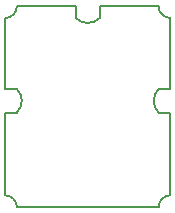
<source format=gbr>
G04 #@! TF.FileFunction,Profile,NP*
%FSLAX46Y46*%
G04 Gerber Fmt 4.6, Leading zero omitted, Abs format (unit mm)*
G04 Created by KiCad (PCBNEW 4.0.7) date Sun Mar  4 16:18:10 2018*
%MOMM*%
%LPD*%
G01*
G04 APERTURE LIST*
%ADD10C,0.100000*%
%ADD11C,0.150000*%
G04 APERTURE END LIST*
D10*
D11*
X143000000Y-90000000D02*
X143000000Y-97000000D01*
X144000000Y-90000000D02*
X143000000Y-90000000D01*
X143000000Y-88000000D02*
X144000000Y-88000000D01*
X143000000Y-82000000D02*
X143000000Y-88000000D01*
X149000000Y-81000000D02*
X144000000Y-81000000D01*
X149000000Y-82000000D02*
X149000000Y-81000000D01*
X151000000Y-81000000D02*
X151000000Y-82000000D01*
X156000000Y-81000000D02*
X151000000Y-81000000D01*
X157000000Y-88000000D02*
X157000000Y-82000000D01*
X156000000Y-88000000D02*
X157000000Y-88000000D01*
X157000000Y-90000000D02*
X156000000Y-90000000D01*
X157000000Y-97000000D02*
X157000000Y-90000000D01*
X144000000Y-98000000D02*
X156000000Y-98000000D01*
X156000000Y-88000000D02*
G75*
G03X156000000Y-90000000I1000000J-1000000D01*
G01*
X149000000Y-82000000D02*
G75*
G03X151000000Y-82000000I1000000J1000000D01*
G01*
X144000000Y-90000000D02*
G75*
G03X144000000Y-88000000I-1000000J1000000D01*
G01*
X143000000Y-82000000D02*
G75*
G03X144000000Y-81000000I0J1000000D01*
G01*
X144000000Y-98000000D02*
G75*
G03X143000000Y-97000000I-1000000J0D01*
G01*
X157000000Y-97000000D02*
G75*
G03X156000000Y-98000000I0J-1000000D01*
G01*
X156000000Y-81000000D02*
G75*
G03X157000000Y-82000000I1000000J0D01*
G01*
M02*

</source>
